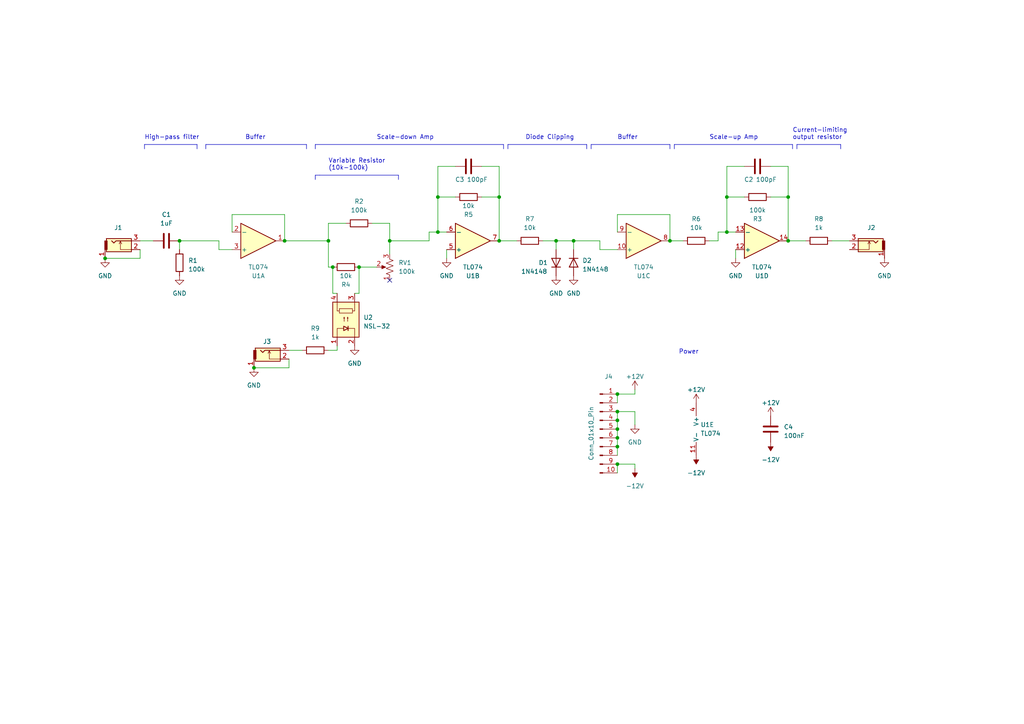
<source format=kicad_sch>
(kicad_sch (version 20230121) (generator eeschema)
  (paper "A4")
  (title_block (title "Diode Distortion") (date "2023-03-27") (rev "0.1") (company "Free Modular"))
  (lib_symbols
    (symbol "Amplifier_Operational:TL074" (pin_names (offset 0.127))
      (property "Reference" "U" (at 0 5.08 0))
      (property "Value" "TL074" (at 0 -5.08 0))
      (symbol "TL074_1_1"
        (polyline (pts (xy -5.08 5.08) (xy 5.08 0) (xy -5.08 -5.08) (xy -5.08 5.08)) (stroke (width 0.254)) (fill (type background)))
        (pin output line (at 7.62 0 180) (length 2.54) (name "~") (number "1"))
        (pin input line (at -7.62 -2.54 0) (length 2.54) (name "-") (number "2"))
        (pin input line (at -7.62 2.54 0) (length 2.54) (name "+") (number "3"))
      )
      (symbol "TL074_2_1"
        (polyline (pts (xy -5.08 5.08) (xy 5.08 0) (xy -5.08 -5.08) (xy -5.08 5.08)) (stroke (width 0.254)) (fill (type background)))
        (pin input line (at -7.62 2.54 0) (length 2.54) (name "+") (number "5"))
        (pin input line (at -7.62 -2.54 0) (length 2.54) (name "-") (number "6"))
        (pin output line (at 7.62 0 180) (length 2.54) (name "~") (number "7"))
      )
      (symbol "TL074_3_1"
        (polyline (pts (xy -5.08 5.08) (xy 5.08 0) (xy -5.08 -5.08) (xy -5.08 5.08)) (stroke (width 0.254)) (fill (type background)))
        (pin input line (at -7.62 2.54 0) (length 2.54) (name "+") (number "10"))
        (pin output line (at 7.62 0 180) (length 2.54) (name "~") (number "8"))
        (pin input line (at -7.62 -2.54 0) (length 2.54) (name "-") (number "9"))
      )
      (symbol "TL074_4_1"
        (polyline (pts (xy -5.08 5.08) (xy 5.08 0) (xy -5.08 -5.08) (xy -5.08 5.08)) (stroke (width 0.254)) (fill (type background)))
        (pin input line (at -7.62 2.54 0) (length 2.54) (name "+") (number "12"))
        (pin input line (at -7.62 -2.54 0) (length 2.54) (name "-") (number "13"))
        (pin output line (at 7.62 0 180) (length 2.54) (name "~") (number "14"))
      )
      (symbol "TL074_5_1"
        (pin power_in line (at -2.54 -7.62 90) (length 3.81) (name "V-") (number "11"))
        (pin power_in line (at -2.54 7.62 270) (length 3.81) (name "V+") (number "4"))
      )
    )
    (symbol "Connector:Conn_01x10_Pin" (pin_names (offset 1.016) hide)
      (property "Reference" "J" (at 0 12.7 0))
      (property "Value" "Conn_01x10_Pin" (at 0 -15.24 0))
      (symbol "Conn_01x10_Pin_1_1"
        (polyline (pts (xy 1.27 -12.7) (xy 0.8636 -12.7)) (stroke (width 0.1524)))
        (polyline (pts (xy 1.27 -10.16) (xy 0.8636 -10.16)) (stroke (width 0.1524)))
        (polyline (pts (xy 1.27 -7.62) (xy 0.8636 -7.62)) (stroke (width 0.1524)))
        (polyline (pts (xy 1.27 -5.08) (xy 0.8636 -5.08)) (stroke (width 0.1524)))
        (polyline (pts (xy 1.27 -2.54) (xy 0.8636 -2.54)) (stroke (width 0.1524)))
        (polyline (pts (xy 1.27 0) (xy 0.8636 0)) (stroke (width 0.1524)))
        (polyline (pts (xy 1.27 2.54) (xy 0.8636 2.54)) (stroke (width 0.1524)))
        (polyline (pts (xy 1.27 5.08) (xy 0.8636 5.08)) (stroke (width 0.1524)))
        (polyline (pts (xy 1.27 7.62) (xy 0.8636 7.62)) (stroke (width 0.1524)))
        (polyline (pts (xy 1.27 10.16) (xy 0.8636 10.16)) (stroke (width 0.1524)))
        (rectangle (start 0.8636 -12.573) (end 0 -12.827) (stroke (width 0.1524)) (fill (type outline)))
        (rectangle (start 0.8636 -10.033) (end 0 -10.287) (stroke (width 0.1524)) (fill (type outline)))
        (rectangle (start 0.8636 -7.493) (end 0 -7.747) (stroke (width 0.1524)) (fill (type outline)))
        (rectangle (start 0.8636 -4.953) (end 0 -5.207) (stroke (width 0.1524)) (fill (type outline)))
        (rectangle (start 0.8636 -2.413) (end 0 -2.667) (stroke (width 0.1524)) (fill (type outline)))
        (rectangle (start 0.8636 0.127) (end 0 -0.127) (stroke (width 0.1524)) (fill (type outline)))
        (rectangle (start 0.8636 2.667) (end 0 2.413) (stroke (width 0.1524)) (fill (type outline)))
        (rectangle (start 0.8636 5.207) (end 0 4.953) (stroke (width 0.1524)) (fill (type outline)))
        (rectangle (start 0.8636 7.747) (end 0 7.493) (stroke (width 0.1524)) (fill (type outline)))
        (rectangle (start 0.8636 10.287) (end 0 10.033) (stroke (width 0.1524)) (fill (type outline)))
        (pin passive line (at 5.08 10.16 180) (length 3.81) (name "Pin_1") (number "1"))
        (pin passive line (at 5.08 -12.7 180) (length 3.81) (name "Pin_10") (number "10"))
        (pin passive line (at 5.08 7.62 180) (length 3.81) (name "Pin_2") (number "2"))
        (pin passive line (at 5.08 5.08 180) (length 3.81) (name "Pin_3") (number "3"))
        (pin passive line (at 5.08 2.54 180) (length 3.81) (name "Pin_4") (number "4"))
        (pin passive line (at 5.08 0 180) (length 3.81) (name "Pin_5") (number "5"))
        (pin passive line (at 5.08 -2.54 180) (length 3.81) (name "Pin_6") (number "6"))
        (pin passive line (at 5.08 -5.08 180) (length 3.81) (name "Pin_7") (number "7"))
        (pin passive line (at 5.08 -7.62 180) (length 3.81) (name "Pin_8") (number "8"))
        (pin passive line (at 5.08 -10.16 180) (length 3.81) (name "Pin_9") (number "9"))
      )
    )
    (symbol "Device:C" (pin_numbers hide) (pin_names (offset 0.254))
      (property "Reference" "C" (at 0.635 2.54 0))
      (property "Value" "C" (at 0.635 -2.54 0))
      (symbol "C_0_1"
        (polyline (pts (xy -2.032 -0.762) (xy 2.032 -0.762)) (stroke (width 0.508)))
        (polyline (pts (xy -2.032 0.762) (xy 2.032 0.762)) (stroke (width 0.508)))
      )
      (symbol "C_1_1"
        (pin passive line (at 0 3.81 270) (length 2.794) (name "~") (number "1"))
        (pin passive line (at 0 -3.81 90) (length 2.794) (name "~") (number "2"))
      )
    )
    (symbol "Device:R" (pin_numbers hide) (pin_names (offset 0))
      (property "Reference" "R" (at 2.032 0 90))
      (property "Value" "R" (at 0 0 90))
      (symbol "R_0_1"
        (rectangle (start -1.016 -2.54) (end 1.016 2.54) (stroke (width 0.254)))
      )
      (symbol "R_1_1"
        (pin passive line (at 0 3.81 270) (length 1.27) (name "~") (number "1"))
        (pin passive line (at 0 -3.81 90) (length 1.27) (name "~") (number "2"))
      )
    )
    (symbol "Device:R_Potentiometer_US" (pin_names (offset 1.016) hide)
      (property "Reference" "RV" (at -4.445 0 90))
      (property "Value" "R_Potentiometer_US" (at -2.54 0 90))
      (symbol "R_Potentiometer_US_0_1"
        (polyline (pts (xy 0 -2.286) (xy 0 -2.54)))
        (polyline (pts (xy 0 2.54) (xy 0 2.286)))
        (polyline (pts (xy 2.54 0) (xy 1.524 0)))
        (polyline (pts (xy 1.143 0) (xy 2.286 0.508) (xy 2.286 -0.508) (xy 1.143 0)) (fill (type outline)))
        (polyline (pts (xy 0 -0.762) (xy 1.016 -1.143) (xy 0 -1.524) (xy -1.016 -1.905) (xy 0 -2.286)))
        (polyline (pts (xy 0 0.762) (xy 1.016 0.381) (xy 0 0) (xy -1.016 -0.381) (xy 0 -0.762)))
        (polyline (pts (xy 0 2.286) (xy 1.016 1.905) (xy 0 1.524) (xy -1.016 1.143) (xy 0 0.762)))
      )
      (symbol "R_Potentiometer_US_1_1"
        (pin passive line (at 0 3.81 270) (length 1.27) (name "1") (number "1"))
        (pin passive line (at 3.81 0 180) (length 1.27) (name "2") (number "2"))
        (pin passive line (at 0 -3.81 90) (length 1.27) (name "3") (number "3"))
      )
    )
    (symbol "Diode:1N4148" (pin_numbers hide) (pin_names hide)
      (property "Reference" "D" (at 0 2.54 0))
      (property "Value" "1N4148" (at 0 -2.54 0))
      (symbol "1N4148_0_1"
        (polyline (pts (xy -1.27 1.27) (xy -1.27 -1.27)) (stroke (width 0.254)))
        (polyline (pts (xy 1.27 0) (xy -1.27 0)))
        (polyline (pts (xy 1.27 1.27) (xy 1.27 -1.27) (xy -1.27 0) (xy 1.27 1.27)) (stroke (width 0.254)))
      )
      (symbol "1N4148_1_1"
        (pin passive line (at -3.81 0 0) (length 2.54) (name "K") (number "1"))
        (pin passive line (at 3.81 0 180) (length 2.54) (name "A") (number "2"))
      )
    )
    (symbol "FreeModular:EL817" (pin_names (offset 1.016))
      (property "Reference" "U1" (at 0 7.62 0))
      (property "Value" "NSL-32" (at 0 5.08 0))
      (symbol "EL817_0_1"
        (rectangle (start -5.08 3.81) (end 5.08 -3.81) (stroke (width 0.254)) (fill (type background)))
        (polyline (pts (xy -3.175 -0.635) (xy -1.905 -0.635)) (stroke (width 0.254)))
        (polyline (pts (xy 2.54 -2.54) (xy 2.54 -1.905)))
        (polyline (pts (xy 2.54 2.54) (xy 2.54 1.905)))
        (polyline (pts (xy 2.54 2.54) (xy 4.445 2.54)))
        (polyline (pts (xy 4.445 -2.54) (xy 2.54 -2.54)) (fill (type outline)))
        (polyline (pts (xy 4.445 -2.54) (xy 5.08 -2.54)))
        (polyline (pts (xy 4.445 2.54) (xy 5.08 2.54)))
        (polyline (pts (xy -5.08 2.54) (xy -2.54 2.54) (xy -2.54 0.635)))
        (polyline (pts (xy -2.54 -0.635) (xy -2.54 -2.54) (xy -5.08 -2.54)))
        (polyline (pts (xy -2.54 -0.635) (xy -3.175 0.635) (xy -1.905 0.635) (xy -2.54 -0.635)) (stroke (width 0.254)))
        (polyline (pts (xy -0.508 -0.508) (xy 0.762 -0.508) (xy 0.381 -0.635) (xy 0.381 -0.381) (xy 0.762 -0.508)))
        (polyline (pts (xy -0.508 0.508) (xy 0.762 0.508) (xy 0.381 0.381) (xy 0.381 0.635) (xy 0.762 0.508)))
        (rectangle (start 1.905 1.905) (end 3.175 -1.905))
      )
      (symbol "EL817_1_1"
        (pin passive line (at -7.62 2.54 0) (length 2.54) (name "~") (number "1"))
        (pin passive line (at -7.62 -2.54 0) (length 2.54) (name "~") (number "2"))
        (pin passive line (at 7.62 -2.54 180) (length 2.54) (name "~") (number "3"))
        (pin passive line (at 7.62 2.54 180) (length 2.54) (name "~") (number "4"))
      )
    )
    (symbol "FreeModular:THONKICONN" (pin_names (offset 1.016))
      (property "Reference" "J" (at -1.27 4.445 0))
      (symbol "THONKICONN_0_1"
        (rectangle (start -4.699 3.175) (end 2.54 -0.635) (stroke (width 0.254)) (fill (type background)))
        (rectangle (start -4.445 0) (end -5.207 2.54) (fill (type outline)))
        (polyline (pts (xy -0.635 2.413) (xy -0.254 1.651)))
        (polyline (pts (xy 2.54 0) (xy -0.635 0) (xy -0.635 2.413) (xy -1.016 1.651)))
        (polyline (pts (xy 2.54 2.54) (xy -1.905 2.54) (xy -2.54 1.905) (xy -3.175 2.54)) (stroke (width 0.254)))
      )
      (symbol "THONKICONN_1_1"
        (pin passive line (at -5.08 -2.54 90) (length 2.54) (name "~") (number "1"))
        (pin passive line (at 5.08 0 180) (length 2.54) (name "~") (number "2"))
        (pin passive line (at 5.08 2.54 180) (length 2.54) (name "~") (number "3"))
      )
    )
    (symbol "power:+12V" (power) (pin_names (offset 0))
      (property "Value" "+12V" (at 0 3.556 0))
      (symbol "+12V_0_1"
        (polyline (pts (xy -0.762 1.27) (xy 0 2.54)))
        (polyline (pts (xy 0 0) (xy 0 2.54)))
        (polyline (pts (xy 0 2.54) (xy 0.762 1.27)))
      )
      (symbol "+12V_1_1"
        (pin power_in line (at 0 0 90) (length 0) hide (name "+12V") (number "1"))
      )
    )
    (symbol "power:-12V" (power) (pin_names (offset 0))
      (property "Value" "-12V" (at 0 3.81 0))
      (symbol "-12V_0_0"
        (pin power_in line (at 0 0 90) (length 0) hide (name "-12V") (number "1"))
      )
      (symbol "-12V_0_1"
        (polyline (pts (xy 0 0) (xy 0 1.27) (xy 0.762 1.27) (xy 0 2.54) (xy -0.762 1.27) (xy 0 1.27)) (fill (type outline)))
      )
    )
    (symbol "power:GND" (power) (pin_names (offset 0))
      (property "Value" "GND" (at 0 -3.81 0))
      (symbol "GND_0_1"
        (polyline (pts (xy 0 0) (xy 0 -1.27) (xy 1.27 -1.27) (xy 0 -2.54) (xy -1.27 -1.27) (xy 0 -1.27)))
      )
      (symbol "GND_1_1"
        (pin power_in line (at 0 0 270) (length 0) hide (name "GND") (number "1"))
      )
    )
  )
  (junction (at 52.07 69.85))
  (junction (at 228.6 57.15))
  (junction (at 210.82 67.31))
  (junction (at 179.07 119.38))
  (junction (at 179.07 121.92))
  (junction (at 144.78 69.85))
  (junction (at 179.07 124.46))
  (junction (at 161.29 69.85))
  (junction (at 82.55 69.85))
  (junction (at 194.31 69.85))
  (junction (at 104.14 77.47))
  (junction (at 210.82 57.15))
  (junction (at 179.07 127))
  (junction (at 113.03 69.85))
  (junction (at 228.6 69.85))
  (junction (at 179.07 129.54))
  (junction (at 179.07 114.3))
  (junction (at 30.48 74.93))
  (junction (at 73.66 106.68))
  (junction (at 95.25 69.85))
  (junction (at 127 67.31))
  (junction (at 179.07 134.62))
  (junction (at 127 57.15))
  (junction (at 166.37 69.85))
  (junction (at 96.52 77.47))
  (junction (at 144.78 57.15))
  (no_connect (at 113.03 81.28))
  (wire (pts (xy 97.79 101.6) (xy 97.79 100.33)))
  (wire (pts (xy 113.03 64.77) (xy 107.95 64.77)))
  (wire (pts (xy 113.03 69.85) (xy 124.46 69.85)))
  (wire (pts (xy 194.31 69.85) (xy 198.12 69.85)))
  (polyline (pts (xy 92.71 50.8) (xy 115.57 50.8)))
  (wire (pts (xy 213.36 67.31) (xy 210.82 67.31)))
  (wire (pts (xy 52.07 69.85) (xy 52.07 72.39)))
  (wire (pts (xy 161.29 69.85) (xy 166.37 69.85)))
  (wire (pts (xy 228.6 57.15) (xy 228.6 48.26)))
  (wire (pts (xy 127 57.15) (xy 132.08 57.15)))
  (polyline (pts (xy 171.45 43.18) (xy 171.45 41.91)))
  (wire (pts (xy 179.07 129.54) (xy 179.07 132.08)))
  (wire (pts (xy 223.52 57.15) (xy 228.6 57.15)))
  (wire (pts (xy 228.6 48.26) (xy 223.52 48.26)))
  (wire (pts (xy 228.6 69.85) (xy 228.6 57.15)))
  (wire (pts (xy 129.54 72.39) (xy 129.54 74.93)))
  (wire (pts (xy 104.14 77.47) (xy 109.22 77.47)))
  (wire (pts (xy 210.82 67.31) (xy 208.28 67.31)))
  (wire (pts (xy 95.25 64.77) (xy 95.25 69.85)))
  (wire (pts (xy 83.82 101.6) (xy 87.63 101.6)))
  (wire (pts (xy 83.82 104.14) (xy 83.82 106.68)))
  (wire (pts (xy 208.28 67.31) (xy 208.28 69.85)))
  (wire (pts (xy 104.14 85.09) (xy 104.14 77.47)))
  (polyline (pts (xy 41.91 41.91) (xy 57.15 41.91)))
  (wire (pts (xy 184.15 134.62) (xy 184.15 135.89)))
  (polyline (pts (xy 231.14 43.18) (xy 231.14 41.91)))
  (wire (pts (xy 184.15 123.19) (xy 184.15 119.38)))
  (wire (pts (xy 40.64 69.85) (xy 44.45 69.85)))
  (wire (pts (xy 166.37 69.85) (xy 173.99 69.85)))
  (wire (pts (xy 161.29 72.39) (xy 161.29 69.85)))
  (wire (pts (xy 96.52 77.47) (xy 96.52 85.09)))
  (wire (pts (xy 184.15 114.3) (xy 184.15 113.03)))
  (wire (pts (xy 52.07 69.85) (xy 63.5 69.85)))
  (wire (pts (xy 95.25 69.85) (xy 95.25 77.47)))
  (polyline (pts (xy 171.45 41.91) (xy 194.31 41.91)))
  (wire (pts (xy 179.07 134.62) (xy 184.15 134.62)))
  (wire (pts (xy 63.5 69.85) (xy 63.5 72.39)))
  (wire (pts (xy 127 48.26) (xy 127 57.15)))
  (polyline (pts (xy 115.57 50.8) (xy 115.57 52.07)))
  (wire (pts (xy 95.25 77.47) (xy 96.52 77.47)))
  (wire (pts (xy 179.07 62.23) (xy 194.31 62.23)))
  (polyline (pts (xy 91.44 41.91) (xy 146.05 41.91)))
  (wire (pts (xy 95.25 64.77) (xy 100.33 64.77)))
  (wire (pts (xy 124.46 67.31) (xy 124.46 69.85)))
  (polyline (pts (xy 91.44 52.07) (xy 91.44 50.8)))
  (wire (pts (xy 144.78 48.26) (xy 144.78 57.15)))
  (wire (pts (xy 210.82 57.15) (xy 210.82 48.26)))
  (wire (pts (xy 139.7 57.15) (xy 144.78 57.15)))
  (wire (pts (xy 96.52 85.09) (xy 97.79 85.09)))
  (wire (pts (xy 113.03 69.85) (xy 113.03 64.77)))
  (wire (pts (xy 179.07 127) (xy 179.07 129.54)))
  (polyline (pts (xy 231.14 41.91) (xy 243.84 41.91)))
  (polyline (pts (xy 57.15 41.91) (xy 57.15 43.18)))
  (wire (pts (xy 179.07 124.46) (xy 179.07 127)))
  (wire (pts (xy 166.37 69.85) (xy 166.37 72.39)))
  (wire (pts (xy 179.07 114.3) (xy 184.15 114.3)))
  (wire (pts (xy 63.5 72.39) (xy 67.31 72.39)))
  (wire (pts (xy 179.07 67.31) (xy 179.07 62.23)))
  (wire (pts (xy 40.64 72.39) (xy 40.64 74.93)))
  (wire (pts (xy 139.7 48.26) (xy 144.78 48.26)))
  (polyline (pts (xy 88.9 41.91) (xy 88.9 43.18)))
  (wire (pts (xy 161.29 69.85) (xy 157.48 69.85)))
  (wire (pts (xy 210.82 67.31) (xy 210.82 57.15)))
  (wire (pts (xy 144.78 69.85) (xy 149.86 69.85)))
  (polyline (pts (xy 146.05 41.91) (xy 146.05 43.18)))
  (wire (pts (xy 205.74 69.85) (xy 208.28 69.85)))
  (wire (pts (xy 82.55 69.85) (xy 95.25 69.85)))
  (wire (pts (xy 102.87 85.09) (xy 104.14 85.09)))
  (wire (pts (xy 184.15 119.38) (xy 179.07 119.38)))
  (wire (pts (xy 95.25 101.6) (xy 97.79 101.6)))
  (polyline (pts (xy 59.69 43.18) (xy 59.69 41.91)))
  (wire (pts (xy 67.31 67.31) (xy 67.31 62.23)))
  (wire (pts (xy 228.6 69.85) (xy 233.68 69.85)))
  (wire (pts (xy 179.07 121.92) (xy 179.07 124.46)))
  (wire (pts (xy 213.36 72.39) (xy 213.36 74.93)))
  (polyline (pts (xy 243.84 41.91) (xy 243.84 43.18)))
  (polyline (pts (xy 229.87 41.91) (xy 229.87 43.18)))
  (wire (pts (xy 127 67.31) (xy 124.46 67.31)))
  (wire (pts (xy 82.55 62.23) (xy 82.55 69.85)))
  (wire (pts (xy 179.07 119.38) (xy 179.07 121.92)))
  (polyline (pts (xy 59.69 41.91) (xy 88.9 41.91)))
  (wire (pts (xy 194.31 62.23) (xy 194.31 69.85)))
  (polyline (pts (xy 147.32 41.91) (xy 170.18 41.91)))
  (polyline (pts (xy 147.32 43.18) (xy 147.32 41.91)))
  (wire (pts (xy 30.48 74.93) (xy 40.64 74.93)))
  (polyline (pts (xy 41.91 43.18) (xy 41.91 41.91)))
  (wire (pts (xy 127 57.15) (xy 127 67.31)))
  (wire (pts (xy 67.31 62.23) (xy 82.55 62.23)))
  (wire (pts (xy 210.82 48.26) (xy 215.9 48.26)))
  (polyline (pts (xy 194.31 41.91) (xy 194.31 43.18)))
  (wire (pts (xy 127 48.26) (xy 132.08 48.26)))
  (wire (pts (xy 73.66 106.68) (xy 83.82 106.68)))
  (wire (pts (xy 127 67.31) (xy 129.54 67.31)))
  (wire (pts (xy 113.03 69.85) (xy 113.03 73.66)))
  (polyline (pts (xy 91.44 50.8) (xy 92.71 50.8)))
  (wire (pts (xy 210.82 57.15) (xy 215.9 57.15)))
  (wire (pts (xy 179.07 114.3) (xy 179.07 116.84)))
  (polyline (pts (xy 195.58 41.91) (xy 229.87 41.91)))
  (polyline (pts (xy 91.44 43.18) (xy 91.44 41.91)))
  (wire (pts (xy 179.07 134.62) (xy 179.07 137.16)))
  (polyline (pts (xy 195.58 43.18) (xy 195.58 41.91)))
  (wire (pts (xy 173.99 69.85) (xy 173.99 72.39)))
  (wire (pts (xy 173.99 72.39) (xy 179.07 72.39)))
  (polyline (pts (xy 170.18 41.91) (xy 170.18 43.18)))
  (wire (pts (xy 241.3 69.85) (xy 246.38 69.85)))
  (wire (pts (xy 144.78 57.15) (xy 144.78 69.85)))
  (text "Buffer" (at 71.12 40.64 0) (effects (font (size 1.27 1.27)) (justify left bottom)))
  (text "High-pass filter" (at 41.91 40.64 0) (effects (font (size 1.27 1.27)) (justify left bottom)))
  (text "Variable Resistor\n(10k-100k)" (at 95.25 49.53 0) (effects (font (size 1.27 1.27)) (justify left bottom)))
  (text "Current-limiting\noutput resistor" (at 229.87 40.64 0) (effects (font (size 1.27 1.27)) (justify left bottom)))
  (text "Scale-up Amp" (at 205.74 40.64 0) (effects (font (size 1.27 1.27)) (justify left bottom)))
  (text "Diode Clipping" (at 152.4 40.64 0) (effects (font (size 1.27 1.27)) (justify left bottom)))
  (text "Scale-down Amp" (at 109.22 40.64 0) (effects (font (size 1.27 1.27)) (justify left bottom)))
  (text "Buffer" (at 179.07 40.64 0) (effects (font (size 1.27 1.27)) (justify left bottom)))
  (text "Power" (at 196.85 102.87 0) (effects (font (size 1.27 1.27)) (justify left bottom)))
  (symbol (lib_id "Amplifier_Operational:TL074") (at 220.98 69.85 0) (mirror x) (unit 4)
    (property "Reference" "U1" (at 220.98 80.01 0))
    (property "Value" "TL074" (at 220.98 77.47 0))
    (property "Footprint" "Package_DIP:DIP-14_W7.62mm" (effects hide))
    (property "Datasheet" "http://www.ti.com/lit/ds/symlink/tl071.pdf" (effects hide))
  )
  (symbol (lib_id "Amplifier_Operational:TL074") (at 204.47 124.46 0) (unit 5)
    (property "Reference" "U1" (at 203.2 123.1899 0) (effects (justify left)))
    (property "Value" "TL074" (at 203.2 125.7299 0) (effects (justify left)))
    (property "Footprint" "Package_DIP:DIP-14_W7.62mm" (effects hide))
    (property "Datasheet" "http://www.ti.com/lit/ds/symlink/tl071.pdf" (effects hide))
  )
  (symbol (lib_id "power:+12V") (at 223.52 120.65 0) (unit 1)
    (property "Reference" "#PWR019" (effects hide))
    (property "Value" "+12V" (at 223.52 116.84 0))
  )
  (symbol (lib_id "Device:C") (at 135.89 48.26 90) (mirror x) (unit 1)
    (property "Reference" "C3" (at 133.35 52.07 90))
    (property "Value" "100pF" (at 138.43 52.07 90))
    (property "Footprint" "Capacitor_THT:C_Disc_D4.7mm_W2.5mm_P5.00mm" (effects hide))
  )
  (symbol (lib_id "Device:R") (at 52.07 76.2 0) (unit 1)
    (property "Reference" "R1" (at 54.61 75.565 0) (effects (justify left)))
    (property "Value" "100k" (at 54.61 78.105 0) (effects (justify left)))
    (property "Footprint" "Resistor_THT:R_Axial_DIN0207_L6.3mm_D2.5mm_P7.62mm_Horizontal" (effects hide))
  )
  (symbol (lib_id "Amplifier_Operational:TL074") (at 186.69 69.85 0) (mirror x) (unit 3)
    (property "Reference" "U1" (at 186.69 80.01 0))
    (property "Value" "TL074" (at 186.69 77.47 0))
    (property "Footprint" "Package_DIP:DIP-14_W7.62mm" (effects hide))
    (property "Datasheet" "http://www.ti.com/lit/ds/symlink/tl071.pdf" (effects hide))
  )
  (symbol (lib_id "power:GND") (at 161.29 80.01 0) (unit 1)
    (property "Reference" "#PWR03" (effects hide))
    (property "Value" "GND" (at 161.29 85.09 0))
  )
  (symbol (lib_id "power:GND") (at 213.36 74.93 0) (unit 1)
    (property "Reference" "#PWR05" (effects hide))
    (property "Value" "GND" (at 213.36 80.01 0))
  )
  (symbol (lib_id "power:+12V") (at 201.93 116.84 0) (unit 1)
    (property "Reference" "#PWR08" (effects hide))
    (property "Value" "+12V" (at 201.93 113.03 0))
  )
  (symbol (lib_id "power:GND") (at 30.48 74.93 0) (unit 1)
    (property "Reference" "#PWR01" (effects hide))
    (property "Value" "GND" (at 30.48 80.01 0))
  )
  (symbol (lib_id "Device:C") (at 48.26 69.85 90) (unit 1)
    (property "Reference" "C1" (at 48.26 62.23 90))
    (property "Value" "1uF" (at 48.26 64.77 90))
    (property "Footprint" "Capacitor_THT:C_Disc_D4.7mm_W2.5mm_P5.00mm" (effects hide))
  )
  (symbol (lib_id "power:-12V") (at 201.93 132.08 180) (unit 1)
    (property "Reference" "#PWR09" (effects hide))
    (property "Value" "-12V" (at 201.93 137.16 0))
  )
  (symbol (lib_id "Device:R") (at 100.33 77.47 90) (mirror x) (unit 1)
    (property "Reference" "R4" (at 100.33 82.55 90))
    (property "Value" "10k" (at 100.33 80.01 90))
    (property "Footprint" "Resistor_THT:R_Axial_DIN0207_L6.3mm_D2.5mm_P7.62mm_Horizontal" (effects hide))
  )
  (symbol (lib_id "power:-12V") (at 223.52 128.27 180) (unit 1)
    (property "Reference" "#PWR020" (effects hide))
    (property "Value" "-12V" (at 223.52 133.35 0))
  )
  (symbol (lib_id "power:GND") (at 52.07 80.01 0) (unit 1)
    (property "Reference" "#PWR02" (effects hide))
    (property "Value" "GND" (at 52.07 85.09 0))
  )
  (symbol (lib_id "Device:C") (at 223.52 124.46 0) (unit 1)
    (property "Reference" "C4" (at 227.33 123.825 0) (effects (justify left)))
    (property "Value" "100nF" (at 227.33 126.365 0) (effects (justify left)))
    (property "Footprint" "Capacitor_THT:C_Disc_D4.7mm_W2.5mm_P5.00mm" (effects hide))
  )
  (symbol (lib_id "power:GND") (at 166.37 80.01 0) (unit 1)
    (property "Reference" "#PWR04" (effects hide))
    (property "Value" "GND" (at 166.37 85.09 0))
  )
  (symbol (lib_id "Device:R_Potentiometer_US") (at 113.03 77.47 180) (unit 1)
    (property "Reference" "RV1" (at 115.57 76.2 0) (effects (justify right)))
    (property "Value" "100k" (at 115.57 78.74 0) (effects (justify right)))
    (property "Footprint" "FreeModular:Alpha_Potentiometer_Grounded" (effects hide))
  )
  (symbol (lib_id "Device:R") (at 104.14 64.77 90) (unit 1)
    (property "Reference" "R2" (at 104.14 58.42 90))
    (property "Value" "100k" (at 104.14 60.96 90))
    (property "Footprint" "Resistor_THT:R_Axial_DIN0207_L6.3mm_D2.5mm_P7.62mm_Horizontal" (effects hide))
  )
  (symbol (lib_id "power:GND") (at 256.54 74.93 0) (unit 1)
    (property "Reference" "#PWR06" (effects hide))
    (property "Value" "GND" (at 256.54 80.01 0))
  )
  (symbol (lib_id "power:+12V") (at 184.15 113.03 0) (unit 1)
    (property "Reference" "#PWR012" (effects hide))
    (property "Value" "+12V" (at 184.15 109.22 0))
  )
  (symbol (lib_id "Connector:Conn_01x10_Pin") (at 173.99 124.46 0) (unit 1)
    (property "Reference" "J4" (at 176.53 109.22 0))
    (property "Value" "Conn_01x10_Pin" (at 171.45 125.73 90))
    (property "Footprint" "Connector_PinSocket_2.54mm:PinSocket_2x05_P2.54mm_Vertical" (effects hide))
  )
  (symbol (lib_id "Diode:1N4148") (at 166.37 76.2 270) (unit 1)
    (property "Reference" "D2" (at 168.91 75.565 90) (effects (justify left)))
    (property "Value" "1N4148" (at 168.91 78.105 90) (effects (justify left)))
    (property "Footprint" "Diode_THT:D_DO-35_SOD27_P7.62mm_Horizontal" (effects hide))
    (property "Datasheet" "https://assets.nexperia.com/documents/data-sheet/1N4148_1N4448.pdf" (effects hide))
    (property "Sim.Device" "D" (effects hide))
    (property "Sim.Pins" "1=K 2=A" (effects hide))
  )
  (symbol (lib_id "Device:R") (at 201.93 69.85 90) (unit 1)
    (property "Reference" "R6" (at 201.93 63.5 90))
    (property "Value" "10k" (at 201.93 66.04 90))
    (property "Footprint" "Resistor_THT:R_Axial_DIN0207_L6.3mm_D2.5mm_P7.62mm_Horizontal" (effects hide))
  )
  (symbol (lib_id "power:GND") (at 73.66 106.68 0) (unit 1)
    (property "Reference" "#PWR013" (effects hide))
    (property "Value" "GND" (at 73.66 111.76 0))
  )
  (symbol (lib_id "power:-12V") (at 184.15 135.89 180) (unit 1)
    (property "Reference" "#PWR011" (effects hide))
    (property "Value" "-12V" (at 184.15 140.97 0))
  )
  (symbol (lib_id "FreeModular:THONKICONN") (at 35.56 72.39 0) (unit 1)
    (property "Reference" "J1" (at 34.29 66.04 0))
    (property "Value" "THONKICONN" (effects hide))
    (property "Footprint" "FreeModular:THONKICONN" (effects hide))
  )
  (symbol (lib_id "Amplifier_Operational:TL074") (at 137.16 69.85 0) (mirror x) (unit 2)
    (property "Reference" "U1" (at 137.16 80.01 0))
    (property "Value" "TL074" (at 137.16 77.47 0))
    (property "Footprint" "Package_DIP:DIP-14_W7.62mm" (effects hide))
    (property "Datasheet" "http://www.ti.com/lit/ds/symlink/tl071.pdf" (effects hide))
  )
  (symbol (lib_id "Device:R") (at 219.71 57.15 90) (mirror x) (unit 1)
    (property "Reference" "R3" (at 219.71 63.5 90))
    (property "Value" "100k" (at 219.71 60.96 90))
    (property "Footprint" "Resistor_THT:R_Axial_DIN0207_L6.3mm_D2.5mm_P7.62mm_Horizontal" (effects hide))
  )
  (symbol (lib_id "Device:C") (at 219.71 48.26 90) (mirror x) (unit 1)
    (property "Reference" "C2" (at 217.17 52.07 90))
    (property "Value" "100pF" (at 222.25 52.07 90))
    (property "Footprint" "Capacitor_THT:C_Disc_D4.7mm_W2.5mm_P5.00mm" (effects hide))
  )
  (symbol (lib_id "Device:R") (at 135.89 57.15 90) (mirror x) (unit 1)
    (property "Reference" "R5" (at 135.89 62.23 90))
    (property "Value" "10k" (at 135.89 59.69 90))
    (property "Footprint" "Resistor_THT:R_Axial_DIN0207_L6.3mm_D2.5mm_P7.62mm_Horizontal" (effects hide))
  )
  (symbol (lib_id "Diode:1N4148") (at 161.29 76.2 90) (unit 1)
    (property "Reference" "D1" (at 156.21 76.2 90) (effects (justify right)))
    (property "Value" "1N4148" (at 151.13 78.74 90) (effects (justify right)))
    (property "Footprint" "Diode_THT:D_DO-35_SOD27_P7.62mm_Horizontal" (effects hide))
    (property "Datasheet" "https://assets.nexperia.com/documents/data-sheet/1N4148_1N4448.pdf" (effects hide))
    (property "Sim.Device" "D" (effects hide))
    (property "Sim.Pins" "1=K 2=A" (effects hide))
  )
  (symbol (lib_id "power:GND") (at 102.87 100.33 0) (unit 1)
    (property "Reference" "#PWR014" (effects hide))
    (property "Value" "GND" (at 102.87 105.41 0))
  )
  (symbol (lib_id "Amplifier_Operational:TL074") (at 74.93 69.85 0) (mirror x) (unit 1)
    (property "Reference" "U1" (at 74.93 80.01 0))
    (property "Value" "TL074" (at 74.93 77.47 0))
    (property "Footprint" "Package_DIP:DIP-14_W7.62mm" (effects hide))
    (property "Datasheet" "http://www.ti.com/lit/ds/symlink/tl071.pdf" (effects hide))
  )
  (symbol (lib_id "FreeModular:EL817") (at 100.33 92.71 90) (unit 1)
    (property "Reference" "U2" (at 105.41 92.075 90) (effects (justify right)))
    (property "Value" "NSL-32" (at 105.41 94.615 90) (effects (justify right)))
    (property "Footprint" "FreeModular:NSL-32" (effects hide))
    (property "Datasheet" "https://pdf1.alldatasheet.com/datasheet-pdf/view/205826/SILONEX/NSL-32.html" (effects hide))
  )
  (symbol (lib_id "FreeModular:THONKICONN") (at 251.46 72.39 0) (mirror y) (unit 1)
    (property "Reference" "J2" (at 252.73 66.04 0))
    (property "Value" "THONKICONN" (effects hide))
    (property "Footprint" "FreeModular:THONKICONN" (effects hide))
  )
  (symbol (lib_id "FreeModular:THONKICONN") (at 78.74 104.14 0) (unit 1)
    (property "Reference" "J3" (at 77.47 99.06 0))
    (property "Value" "THONKICONN" (effects hide))
    (property "Footprint" "FreeModular:THONKICONN" (effects hide))
  )
  (symbol (lib_id "Device:R") (at 91.44 101.6 90) (unit 1)
    (property "Reference" "R9" (at 91.44 95.25 90))
    (property "Value" "1k" (at 91.44 97.79 90))
    (property "Footprint" "Resistor_THT:R_Axial_DIN0207_L6.3mm_D2.5mm_P7.62mm_Horizontal" (effects hide))
  )
  (symbol (lib_id "power:GND") (at 129.54 74.93 0) (unit 1)
    (property "Reference" "#PWR07" (effects hide))
    (property "Value" "GND" (at 129.54 80.01 0))
  )
  (symbol (lib_id "Device:R") (at 237.49 69.85 90) (unit 1)
    (property "Reference" "R8" (at 237.49 63.5 90))
    (property "Value" "1k" (at 237.49 66.04 90))
    (property "Footprint" "Resistor_THT:R_Axial_DIN0207_L6.3mm_D2.5mm_P7.62mm_Horizontal" (effects hide))
  )
  (symbol (lib_id "Device:R") (at 153.67 69.85 90) (unit 1)
    (property "Reference" "R7" (at 153.67 63.5 90))
    (property "Value" "10k" (at 153.67 66.04 90))
    (property "Footprint" "Resistor_THT:R_Axial_DIN0207_L6.3mm_D2.5mm_P7.62mm_Horizontal" (effects hide))
  )
  (symbol (lib_id "power:GND") (at 184.15 123.19 0) (unit 1)
    (property "Reference" "#PWR010" (effects hide))
    (property "Value" "GND" (at 184.15 128.27 0))
  )
)
</source>
